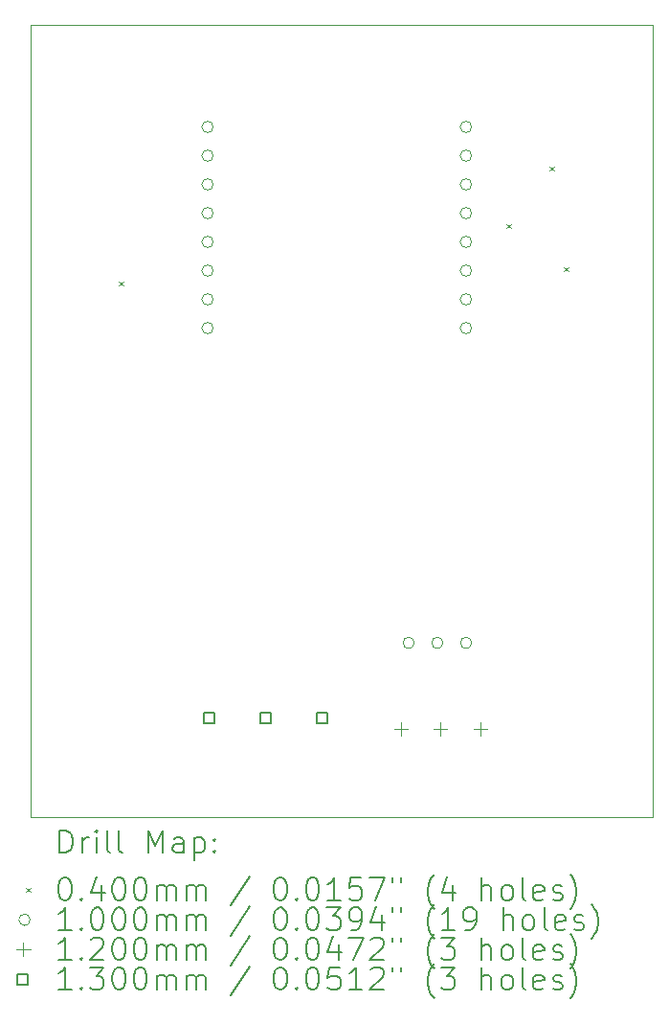
<source format=gbr>
%TF.GenerationSoftware,KiCad,Pcbnew,7.0.7*%
%TF.CreationDate,2023-11-10T11:37:27-07:00*%
%TF.ProjectId,RatGDO-OpenSource-D1Mini-ESP8266,52617447-444f-42d4-9f70-656e536f7572,rev?*%
%TF.SameCoordinates,Original*%
%TF.FileFunction,Drillmap*%
%TF.FilePolarity,Positive*%
%FSLAX45Y45*%
G04 Gerber Fmt 4.5, Leading zero omitted, Abs format (unit mm)*
G04 Created by KiCad (PCBNEW 7.0.7) date 2023-11-10 11:37:27*
%MOMM*%
%LPD*%
G01*
G04 APERTURE LIST*
%ADD10C,0.100000*%
%ADD11C,0.200000*%
%ADD12C,0.040000*%
%ADD13C,0.120000*%
%ADD14C,0.130000*%
G04 APERTURE END LIST*
D10*
X11391000Y-5715000D02*
X16891000Y-5715000D01*
X16891000Y-12715000D01*
X11391000Y-12715000D01*
X11391000Y-5715000D01*
D11*
D12*
X12172000Y-7981000D02*
X12212000Y-8021000D01*
X12212000Y-7981000D02*
X12172000Y-8021000D01*
X15601000Y-7473000D02*
X15641000Y-7513000D01*
X15641000Y-7473000D02*
X15601000Y-7513000D01*
X15982000Y-6965000D02*
X16022000Y-7005000D01*
X16022000Y-6965000D02*
X15982000Y-7005000D01*
X16109000Y-7854000D02*
X16149000Y-7894000D01*
X16149000Y-7854000D02*
X16109000Y-7894000D01*
D10*
X13004750Y-6616000D02*
G75*
G03*
X13004750Y-6616000I-50000J0D01*
G01*
X13004750Y-6870000D02*
G75*
G03*
X13004750Y-6870000I-50000J0D01*
G01*
X13004750Y-7124000D02*
G75*
G03*
X13004750Y-7124000I-50000J0D01*
G01*
X13004750Y-7378000D02*
G75*
G03*
X13004750Y-7378000I-50000J0D01*
G01*
X13004750Y-7632000D02*
G75*
G03*
X13004750Y-7632000I-50000J0D01*
G01*
X13004750Y-7886000D02*
G75*
G03*
X13004750Y-7886000I-50000J0D01*
G01*
X13004750Y-8140000D02*
G75*
G03*
X13004750Y-8140000I-50000J0D01*
G01*
X13004750Y-8394000D02*
G75*
G03*
X13004750Y-8394000I-50000J0D01*
G01*
X14783500Y-11176000D02*
G75*
G03*
X14783500Y-11176000I-50000J0D01*
G01*
X15037500Y-11176000D02*
G75*
G03*
X15037500Y-11176000I-50000J0D01*
G01*
X15290750Y-6616000D02*
G75*
G03*
X15290750Y-6616000I-50000J0D01*
G01*
X15290750Y-6870000D02*
G75*
G03*
X15290750Y-6870000I-50000J0D01*
G01*
X15290750Y-7124000D02*
G75*
G03*
X15290750Y-7124000I-50000J0D01*
G01*
X15290750Y-7378000D02*
G75*
G03*
X15290750Y-7378000I-50000J0D01*
G01*
X15290750Y-7632000D02*
G75*
G03*
X15290750Y-7632000I-50000J0D01*
G01*
X15290750Y-7886000D02*
G75*
G03*
X15290750Y-7886000I-50000J0D01*
G01*
X15290750Y-8140000D02*
G75*
G03*
X15290750Y-8140000I-50000J0D01*
G01*
X15290750Y-8394000D02*
G75*
G03*
X15290750Y-8394000I-50000J0D01*
G01*
X15291500Y-11176000D02*
G75*
G03*
X15291500Y-11176000I-50000J0D01*
G01*
D13*
X14667000Y-11878000D02*
X14667000Y-11998000D01*
X14607000Y-11938000D02*
X14727000Y-11938000D01*
X15017000Y-11878000D02*
X15017000Y-11998000D01*
X14957000Y-11938000D02*
X15077000Y-11938000D01*
X15367000Y-11878000D02*
X15367000Y-11998000D01*
X15307000Y-11938000D02*
X15427000Y-11938000D01*
D14*
X13015962Y-11887462D02*
X13015962Y-11795538D01*
X12924038Y-11795538D01*
X12924038Y-11887462D01*
X13015962Y-11887462D01*
X13515962Y-11887462D02*
X13515962Y-11795538D01*
X13424038Y-11795538D01*
X13424038Y-11887462D01*
X13515962Y-11887462D01*
X14015962Y-11887462D02*
X14015962Y-11795538D01*
X13924038Y-11795538D01*
X13924038Y-11887462D01*
X14015962Y-11887462D01*
D11*
X11646777Y-13031484D02*
X11646777Y-12831484D01*
X11646777Y-12831484D02*
X11694396Y-12831484D01*
X11694396Y-12831484D02*
X11722967Y-12841008D01*
X11722967Y-12841008D02*
X11742015Y-12860055D01*
X11742015Y-12860055D02*
X11751539Y-12879103D01*
X11751539Y-12879103D02*
X11761062Y-12917198D01*
X11761062Y-12917198D02*
X11761062Y-12945769D01*
X11761062Y-12945769D02*
X11751539Y-12983865D01*
X11751539Y-12983865D02*
X11742015Y-13002912D01*
X11742015Y-13002912D02*
X11722967Y-13021960D01*
X11722967Y-13021960D02*
X11694396Y-13031484D01*
X11694396Y-13031484D02*
X11646777Y-13031484D01*
X11846777Y-13031484D02*
X11846777Y-12898150D01*
X11846777Y-12936246D02*
X11856301Y-12917198D01*
X11856301Y-12917198D02*
X11865824Y-12907674D01*
X11865824Y-12907674D02*
X11884872Y-12898150D01*
X11884872Y-12898150D02*
X11903920Y-12898150D01*
X11970586Y-13031484D02*
X11970586Y-12898150D01*
X11970586Y-12831484D02*
X11961062Y-12841008D01*
X11961062Y-12841008D02*
X11970586Y-12850531D01*
X11970586Y-12850531D02*
X11980110Y-12841008D01*
X11980110Y-12841008D02*
X11970586Y-12831484D01*
X11970586Y-12831484D02*
X11970586Y-12850531D01*
X12094396Y-13031484D02*
X12075348Y-13021960D01*
X12075348Y-13021960D02*
X12065824Y-13002912D01*
X12065824Y-13002912D02*
X12065824Y-12831484D01*
X12199158Y-13031484D02*
X12180110Y-13021960D01*
X12180110Y-13021960D02*
X12170586Y-13002912D01*
X12170586Y-13002912D02*
X12170586Y-12831484D01*
X12427729Y-13031484D02*
X12427729Y-12831484D01*
X12427729Y-12831484D02*
X12494396Y-12974341D01*
X12494396Y-12974341D02*
X12561062Y-12831484D01*
X12561062Y-12831484D02*
X12561062Y-13031484D01*
X12742015Y-13031484D02*
X12742015Y-12926722D01*
X12742015Y-12926722D02*
X12732491Y-12907674D01*
X12732491Y-12907674D02*
X12713443Y-12898150D01*
X12713443Y-12898150D02*
X12675348Y-12898150D01*
X12675348Y-12898150D02*
X12656301Y-12907674D01*
X12742015Y-13021960D02*
X12722967Y-13031484D01*
X12722967Y-13031484D02*
X12675348Y-13031484D01*
X12675348Y-13031484D02*
X12656301Y-13021960D01*
X12656301Y-13021960D02*
X12646777Y-13002912D01*
X12646777Y-13002912D02*
X12646777Y-12983865D01*
X12646777Y-12983865D02*
X12656301Y-12964817D01*
X12656301Y-12964817D02*
X12675348Y-12955293D01*
X12675348Y-12955293D02*
X12722967Y-12955293D01*
X12722967Y-12955293D02*
X12742015Y-12945769D01*
X12837253Y-12898150D02*
X12837253Y-13098150D01*
X12837253Y-12907674D02*
X12856301Y-12898150D01*
X12856301Y-12898150D02*
X12894396Y-12898150D01*
X12894396Y-12898150D02*
X12913443Y-12907674D01*
X12913443Y-12907674D02*
X12922967Y-12917198D01*
X12922967Y-12917198D02*
X12932491Y-12936246D01*
X12932491Y-12936246D02*
X12932491Y-12993388D01*
X12932491Y-12993388D02*
X12922967Y-13012436D01*
X12922967Y-13012436D02*
X12913443Y-13021960D01*
X12913443Y-13021960D02*
X12894396Y-13031484D01*
X12894396Y-13031484D02*
X12856301Y-13031484D01*
X12856301Y-13031484D02*
X12837253Y-13021960D01*
X13018205Y-13012436D02*
X13027729Y-13021960D01*
X13027729Y-13021960D02*
X13018205Y-13031484D01*
X13018205Y-13031484D02*
X13008682Y-13021960D01*
X13008682Y-13021960D02*
X13018205Y-13012436D01*
X13018205Y-13012436D02*
X13018205Y-13031484D01*
X13018205Y-12907674D02*
X13027729Y-12917198D01*
X13027729Y-12917198D02*
X13018205Y-12926722D01*
X13018205Y-12926722D02*
X13008682Y-12917198D01*
X13008682Y-12917198D02*
X13018205Y-12907674D01*
X13018205Y-12907674D02*
X13018205Y-12926722D01*
D12*
X11346000Y-13340000D02*
X11386000Y-13380000D01*
X11386000Y-13340000D02*
X11346000Y-13380000D01*
D11*
X11684872Y-13251484D02*
X11703920Y-13251484D01*
X11703920Y-13251484D02*
X11722967Y-13261008D01*
X11722967Y-13261008D02*
X11732491Y-13270531D01*
X11732491Y-13270531D02*
X11742015Y-13289579D01*
X11742015Y-13289579D02*
X11751539Y-13327674D01*
X11751539Y-13327674D02*
X11751539Y-13375293D01*
X11751539Y-13375293D02*
X11742015Y-13413388D01*
X11742015Y-13413388D02*
X11732491Y-13432436D01*
X11732491Y-13432436D02*
X11722967Y-13441960D01*
X11722967Y-13441960D02*
X11703920Y-13451484D01*
X11703920Y-13451484D02*
X11684872Y-13451484D01*
X11684872Y-13451484D02*
X11665824Y-13441960D01*
X11665824Y-13441960D02*
X11656301Y-13432436D01*
X11656301Y-13432436D02*
X11646777Y-13413388D01*
X11646777Y-13413388D02*
X11637253Y-13375293D01*
X11637253Y-13375293D02*
X11637253Y-13327674D01*
X11637253Y-13327674D02*
X11646777Y-13289579D01*
X11646777Y-13289579D02*
X11656301Y-13270531D01*
X11656301Y-13270531D02*
X11665824Y-13261008D01*
X11665824Y-13261008D02*
X11684872Y-13251484D01*
X11837253Y-13432436D02*
X11846777Y-13441960D01*
X11846777Y-13441960D02*
X11837253Y-13451484D01*
X11837253Y-13451484D02*
X11827729Y-13441960D01*
X11827729Y-13441960D02*
X11837253Y-13432436D01*
X11837253Y-13432436D02*
X11837253Y-13451484D01*
X12018205Y-13318150D02*
X12018205Y-13451484D01*
X11970586Y-13241960D02*
X11922967Y-13384817D01*
X11922967Y-13384817D02*
X12046777Y-13384817D01*
X12161062Y-13251484D02*
X12180110Y-13251484D01*
X12180110Y-13251484D02*
X12199158Y-13261008D01*
X12199158Y-13261008D02*
X12208682Y-13270531D01*
X12208682Y-13270531D02*
X12218205Y-13289579D01*
X12218205Y-13289579D02*
X12227729Y-13327674D01*
X12227729Y-13327674D02*
X12227729Y-13375293D01*
X12227729Y-13375293D02*
X12218205Y-13413388D01*
X12218205Y-13413388D02*
X12208682Y-13432436D01*
X12208682Y-13432436D02*
X12199158Y-13441960D01*
X12199158Y-13441960D02*
X12180110Y-13451484D01*
X12180110Y-13451484D02*
X12161062Y-13451484D01*
X12161062Y-13451484D02*
X12142015Y-13441960D01*
X12142015Y-13441960D02*
X12132491Y-13432436D01*
X12132491Y-13432436D02*
X12122967Y-13413388D01*
X12122967Y-13413388D02*
X12113443Y-13375293D01*
X12113443Y-13375293D02*
X12113443Y-13327674D01*
X12113443Y-13327674D02*
X12122967Y-13289579D01*
X12122967Y-13289579D02*
X12132491Y-13270531D01*
X12132491Y-13270531D02*
X12142015Y-13261008D01*
X12142015Y-13261008D02*
X12161062Y-13251484D01*
X12351539Y-13251484D02*
X12370586Y-13251484D01*
X12370586Y-13251484D02*
X12389634Y-13261008D01*
X12389634Y-13261008D02*
X12399158Y-13270531D01*
X12399158Y-13270531D02*
X12408682Y-13289579D01*
X12408682Y-13289579D02*
X12418205Y-13327674D01*
X12418205Y-13327674D02*
X12418205Y-13375293D01*
X12418205Y-13375293D02*
X12408682Y-13413388D01*
X12408682Y-13413388D02*
X12399158Y-13432436D01*
X12399158Y-13432436D02*
X12389634Y-13441960D01*
X12389634Y-13441960D02*
X12370586Y-13451484D01*
X12370586Y-13451484D02*
X12351539Y-13451484D01*
X12351539Y-13451484D02*
X12332491Y-13441960D01*
X12332491Y-13441960D02*
X12322967Y-13432436D01*
X12322967Y-13432436D02*
X12313443Y-13413388D01*
X12313443Y-13413388D02*
X12303920Y-13375293D01*
X12303920Y-13375293D02*
X12303920Y-13327674D01*
X12303920Y-13327674D02*
X12313443Y-13289579D01*
X12313443Y-13289579D02*
X12322967Y-13270531D01*
X12322967Y-13270531D02*
X12332491Y-13261008D01*
X12332491Y-13261008D02*
X12351539Y-13251484D01*
X12503920Y-13451484D02*
X12503920Y-13318150D01*
X12503920Y-13337198D02*
X12513443Y-13327674D01*
X12513443Y-13327674D02*
X12532491Y-13318150D01*
X12532491Y-13318150D02*
X12561063Y-13318150D01*
X12561063Y-13318150D02*
X12580110Y-13327674D01*
X12580110Y-13327674D02*
X12589634Y-13346722D01*
X12589634Y-13346722D02*
X12589634Y-13451484D01*
X12589634Y-13346722D02*
X12599158Y-13327674D01*
X12599158Y-13327674D02*
X12618205Y-13318150D01*
X12618205Y-13318150D02*
X12646777Y-13318150D01*
X12646777Y-13318150D02*
X12665824Y-13327674D01*
X12665824Y-13327674D02*
X12675348Y-13346722D01*
X12675348Y-13346722D02*
X12675348Y-13451484D01*
X12770586Y-13451484D02*
X12770586Y-13318150D01*
X12770586Y-13337198D02*
X12780110Y-13327674D01*
X12780110Y-13327674D02*
X12799158Y-13318150D01*
X12799158Y-13318150D02*
X12827729Y-13318150D01*
X12827729Y-13318150D02*
X12846777Y-13327674D01*
X12846777Y-13327674D02*
X12856301Y-13346722D01*
X12856301Y-13346722D02*
X12856301Y-13451484D01*
X12856301Y-13346722D02*
X12865824Y-13327674D01*
X12865824Y-13327674D02*
X12884872Y-13318150D01*
X12884872Y-13318150D02*
X12913443Y-13318150D01*
X12913443Y-13318150D02*
X12932491Y-13327674D01*
X12932491Y-13327674D02*
X12942015Y-13346722D01*
X12942015Y-13346722D02*
X12942015Y-13451484D01*
X13332491Y-13241960D02*
X13161063Y-13499103D01*
X13589634Y-13251484D02*
X13608682Y-13251484D01*
X13608682Y-13251484D02*
X13627729Y-13261008D01*
X13627729Y-13261008D02*
X13637253Y-13270531D01*
X13637253Y-13270531D02*
X13646777Y-13289579D01*
X13646777Y-13289579D02*
X13656301Y-13327674D01*
X13656301Y-13327674D02*
X13656301Y-13375293D01*
X13656301Y-13375293D02*
X13646777Y-13413388D01*
X13646777Y-13413388D02*
X13637253Y-13432436D01*
X13637253Y-13432436D02*
X13627729Y-13441960D01*
X13627729Y-13441960D02*
X13608682Y-13451484D01*
X13608682Y-13451484D02*
X13589634Y-13451484D01*
X13589634Y-13451484D02*
X13570586Y-13441960D01*
X13570586Y-13441960D02*
X13561063Y-13432436D01*
X13561063Y-13432436D02*
X13551539Y-13413388D01*
X13551539Y-13413388D02*
X13542015Y-13375293D01*
X13542015Y-13375293D02*
X13542015Y-13327674D01*
X13542015Y-13327674D02*
X13551539Y-13289579D01*
X13551539Y-13289579D02*
X13561063Y-13270531D01*
X13561063Y-13270531D02*
X13570586Y-13261008D01*
X13570586Y-13261008D02*
X13589634Y-13251484D01*
X13742015Y-13432436D02*
X13751539Y-13441960D01*
X13751539Y-13441960D02*
X13742015Y-13451484D01*
X13742015Y-13451484D02*
X13732491Y-13441960D01*
X13732491Y-13441960D02*
X13742015Y-13432436D01*
X13742015Y-13432436D02*
X13742015Y-13451484D01*
X13875348Y-13251484D02*
X13894396Y-13251484D01*
X13894396Y-13251484D02*
X13913444Y-13261008D01*
X13913444Y-13261008D02*
X13922967Y-13270531D01*
X13922967Y-13270531D02*
X13932491Y-13289579D01*
X13932491Y-13289579D02*
X13942015Y-13327674D01*
X13942015Y-13327674D02*
X13942015Y-13375293D01*
X13942015Y-13375293D02*
X13932491Y-13413388D01*
X13932491Y-13413388D02*
X13922967Y-13432436D01*
X13922967Y-13432436D02*
X13913444Y-13441960D01*
X13913444Y-13441960D02*
X13894396Y-13451484D01*
X13894396Y-13451484D02*
X13875348Y-13451484D01*
X13875348Y-13451484D02*
X13856301Y-13441960D01*
X13856301Y-13441960D02*
X13846777Y-13432436D01*
X13846777Y-13432436D02*
X13837253Y-13413388D01*
X13837253Y-13413388D02*
X13827729Y-13375293D01*
X13827729Y-13375293D02*
X13827729Y-13327674D01*
X13827729Y-13327674D02*
X13837253Y-13289579D01*
X13837253Y-13289579D02*
X13846777Y-13270531D01*
X13846777Y-13270531D02*
X13856301Y-13261008D01*
X13856301Y-13261008D02*
X13875348Y-13251484D01*
X14132491Y-13451484D02*
X14018206Y-13451484D01*
X14075348Y-13451484D02*
X14075348Y-13251484D01*
X14075348Y-13251484D02*
X14056301Y-13280055D01*
X14056301Y-13280055D02*
X14037253Y-13299103D01*
X14037253Y-13299103D02*
X14018206Y-13308627D01*
X14313444Y-13251484D02*
X14218206Y-13251484D01*
X14218206Y-13251484D02*
X14208682Y-13346722D01*
X14208682Y-13346722D02*
X14218206Y-13337198D01*
X14218206Y-13337198D02*
X14237253Y-13327674D01*
X14237253Y-13327674D02*
X14284872Y-13327674D01*
X14284872Y-13327674D02*
X14303920Y-13337198D01*
X14303920Y-13337198D02*
X14313444Y-13346722D01*
X14313444Y-13346722D02*
X14322967Y-13365769D01*
X14322967Y-13365769D02*
X14322967Y-13413388D01*
X14322967Y-13413388D02*
X14313444Y-13432436D01*
X14313444Y-13432436D02*
X14303920Y-13441960D01*
X14303920Y-13441960D02*
X14284872Y-13451484D01*
X14284872Y-13451484D02*
X14237253Y-13451484D01*
X14237253Y-13451484D02*
X14218206Y-13441960D01*
X14218206Y-13441960D02*
X14208682Y-13432436D01*
X14389634Y-13251484D02*
X14522967Y-13251484D01*
X14522967Y-13251484D02*
X14437253Y-13451484D01*
X14589634Y-13251484D02*
X14589634Y-13289579D01*
X14665825Y-13251484D02*
X14665825Y-13289579D01*
X14961063Y-13527674D02*
X14951539Y-13518150D01*
X14951539Y-13518150D02*
X14932491Y-13489579D01*
X14932491Y-13489579D02*
X14922968Y-13470531D01*
X14922968Y-13470531D02*
X14913444Y-13441960D01*
X14913444Y-13441960D02*
X14903920Y-13394341D01*
X14903920Y-13394341D02*
X14903920Y-13356246D01*
X14903920Y-13356246D02*
X14913444Y-13308627D01*
X14913444Y-13308627D02*
X14922968Y-13280055D01*
X14922968Y-13280055D02*
X14932491Y-13261008D01*
X14932491Y-13261008D02*
X14951539Y-13232436D01*
X14951539Y-13232436D02*
X14961063Y-13222912D01*
X15122968Y-13318150D02*
X15122968Y-13451484D01*
X15075348Y-13241960D02*
X15027729Y-13384817D01*
X15027729Y-13384817D02*
X15151539Y-13384817D01*
X15380110Y-13451484D02*
X15380110Y-13251484D01*
X15465825Y-13451484D02*
X15465825Y-13346722D01*
X15465825Y-13346722D02*
X15456301Y-13327674D01*
X15456301Y-13327674D02*
X15437253Y-13318150D01*
X15437253Y-13318150D02*
X15408682Y-13318150D01*
X15408682Y-13318150D02*
X15389634Y-13327674D01*
X15389634Y-13327674D02*
X15380110Y-13337198D01*
X15589634Y-13451484D02*
X15570587Y-13441960D01*
X15570587Y-13441960D02*
X15561063Y-13432436D01*
X15561063Y-13432436D02*
X15551539Y-13413388D01*
X15551539Y-13413388D02*
X15551539Y-13356246D01*
X15551539Y-13356246D02*
X15561063Y-13337198D01*
X15561063Y-13337198D02*
X15570587Y-13327674D01*
X15570587Y-13327674D02*
X15589634Y-13318150D01*
X15589634Y-13318150D02*
X15618206Y-13318150D01*
X15618206Y-13318150D02*
X15637253Y-13327674D01*
X15637253Y-13327674D02*
X15646777Y-13337198D01*
X15646777Y-13337198D02*
X15656301Y-13356246D01*
X15656301Y-13356246D02*
X15656301Y-13413388D01*
X15656301Y-13413388D02*
X15646777Y-13432436D01*
X15646777Y-13432436D02*
X15637253Y-13441960D01*
X15637253Y-13441960D02*
X15618206Y-13451484D01*
X15618206Y-13451484D02*
X15589634Y-13451484D01*
X15770587Y-13451484D02*
X15751539Y-13441960D01*
X15751539Y-13441960D02*
X15742015Y-13422912D01*
X15742015Y-13422912D02*
X15742015Y-13251484D01*
X15922968Y-13441960D02*
X15903920Y-13451484D01*
X15903920Y-13451484D02*
X15865825Y-13451484D01*
X15865825Y-13451484D02*
X15846777Y-13441960D01*
X15846777Y-13441960D02*
X15837253Y-13422912D01*
X15837253Y-13422912D02*
X15837253Y-13346722D01*
X15837253Y-13346722D02*
X15846777Y-13327674D01*
X15846777Y-13327674D02*
X15865825Y-13318150D01*
X15865825Y-13318150D02*
X15903920Y-13318150D01*
X15903920Y-13318150D02*
X15922968Y-13327674D01*
X15922968Y-13327674D02*
X15932491Y-13346722D01*
X15932491Y-13346722D02*
X15932491Y-13365769D01*
X15932491Y-13365769D02*
X15837253Y-13384817D01*
X16008682Y-13441960D02*
X16027730Y-13451484D01*
X16027730Y-13451484D02*
X16065825Y-13451484D01*
X16065825Y-13451484D02*
X16084872Y-13441960D01*
X16084872Y-13441960D02*
X16094396Y-13422912D01*
X16094396Y-13422912D02*
X16094396Y-13413388D01*
X16094396Y-13413388D02*
X16084872Y-13394341D01*
X16084872Y-13394341D02*
X16065825Y-13384817D01*
X16065825Y-13384817D02*
X16037253Y-13384817D01*
X16037253Y-13384817D02*
X16018206Y-13375293D01*
X16018206Y-13375293D02*
X16008682Y-13356246D01*
X16008682Y-13356246D02*
X16008682Y-13346722D01*
X16008682Y-13346722D02*
X16018206Y-13327674D01*
X16018206Y-13327674D02*
X16037253Y-13318150D01*
X16037253Y-13318150D02*
X16065825Y-13318150D01*
X16065825Y-13318150D02*
X16084872Y-13327674D01*
X16161063Y-13527674D02*
X16170587Y-13518150D01*
X16170587Y-13518150D02*
X16189634Y-13489579D01*
X16189634Y-13489579D02*
X16199158Y-13470531D01*
X16199158Y-13470531D02*
X16208682Y-13441960D01*
X16208682Y-13441960D02*
X16218206Y-13394341D01*
X16218206Y-13394341D02*
X16218206Y-13356246D01*
X16218206Y-13356246D02*
X16208682Y-13308627D01*
X16208682Y-13308627D02*
X16199158Y-13280055D01*
X16199158Y-13280055D02*
X16189634Y-13261008D01*
X16189634Y-13261008D02*
X16170587Y-13232436D01*
X16170587Y-13232436D02*
X16161063Y-13222912D01*
D10*
X11386000Y-13624000D02*
G75*
G03*
X11386000Y-13624000I-50000J0D01*
G01*
D11*
X11751539Y-13715484D02*
X11637253Y-13715484D01*
X11694396Y-13715484D02*
X11694396Y-13515484D01*
X11694396Y-13515484D02*
X11675348Y-13544055D01*
X11675348Y-13544055D02*
X11656301Y-13563103D01*
X11656301Y-13563103D02*
X11637253Y-13572627D01*
X11837253Y-13696436D02*
X11846777Y-13705960D01*
X11846777Y-13705960D02*
X11837253Y-13715484D01*
X11837253Y-13715484D02*
X11827729Y-13705960D01*
X11827729Y-13705960D02*
X11837253Y-13696436D01*
X11837253Y-13696436D02*
X11837253Y-13715484D01*
X11970586Y-13515484D02*
X11989634Y-13515484D01*
X11989634Y-13515484D02*
X12008682Y-13525008D01*
X12008682Y-13525008D02*
X12018205Y-13534531D01*
X12018205Y-13534531D02*
X12027729Y-13553579D01*
X12027729Y-13553579D02*
X12037253Y-13591674D01*
X12037253Y-13591674D02*
X12037253Y-13639293D01*
X12037253Y-13639293D02*
X12027729Y-13677388D01*
X12027729Y-13677388D02*
X12018205Y-13696436D01*
X12018205Y-13696436D02*
X12008682Y-13705960D01*
X12008682Y-13705960D02*
X11989634Y-13715484D01*
X11989634Y-13715484D02*
X11970586Y-13715484D01*
X11970586Y-13715484D02*
X11951539Y-13705960D01*
X11951539Y-13705960D02*
X11942015Y-13696436D01*
X11942015Y-13696436D02*
X11932491Y-13677388D01*
X11932491Y-13677388D02*
X11922967Y-13639293D01*
X11922967Y-13639293D02*
X11922967Y-13591674D01*
X11922967Y-13591674D02*
X11932491Y-13553579D01*
X11932491Y-13553579D02*
X11942015Y-13534531D01*
X11942015Y-13534531D02*
X11951539Y-13525008D01*
X11951539Y-13525008D02*
X11970586Y-13515484D01*
X12161062Y-13515484D02*
X12180110Y-13515484D01*
X12180110Y-13515484D02*
X12199158Y-13525008D01*
X12199158Y-13525008D02*
X12208682Y-13534531D01*
X12208682Y-13534531D02*
X12218205Y-13553579D01*
X12218205Y-13553579D02*
X12227729Y-13591674D01*
X12227729Y-13591674D02*
X12227729Y-13639293D01*
X12227729Y-13639293D02*
X12218205Y-13677388D01*
X12218205Y-13677388D02*
X12208682Y-13696436D01*
X12208682Y-13696436D02*
X12199158Y-13705960D01*
X12199158Y-13705960D02*
X12180110Y-13715484D01*
X12180110Y-13715484D02*
X12161062Y-13715484D01*
X12161062Y-13715484D02*
X12142015Y-13705960D01*
X12142015Y-13705960D02*
X12132491Y-13696436D01*
X12132491Y-13696436D02*
X12122967Y-13677388D01*
X12122967Y-13677388D02*
X12113443Y-13639293D01*
X12113443Y-13639293D02*
X12113443Y-13591674D01*
X12113443Y-13591674D02*
X12122967Y-13553579D01*
X12122967Y-13553579D02*
X12132491Y-13534531D01*
X12132491Y-13534531D02*
X12142015Y-13525008D01*
X12142015Y-13525008D02*
X12161062Y-13515484D01*
X12351539Y-13515484D02*
X12370586Y-13515484D01*
X12370586Y-13515484D02*
X12389634Y-13525008D01*
X12389634Y-13525008D02*
X12399158Y-13534531D01*
X12399158Y-13534531D02*
X12408682Y-13553579D01*
X12408682Y-13553579D02*
X12418205Y-13591674D01*
X12418205Y-13591674D02*
X12418205Y-13639293D01*
X12418205Y-13639293D02*
X12408682Y-13677388D01*
X12408682Y-13677388D02*
X12399158Y-13696436D01*
X12399158Y-13696436D02*
X12389634Y-13705960D01*
X12389634Y-13705960D02*
X12370586Y-13715484D01*
X12370586Y-13715484D02*
X12351539Y-13715484D01*
X12351539Y-13715484D02*
X12332491Y-13705960D01*
X12332491Y-13705960D02*
X12322967Y-13696436D01*
X12322967Y-13696436D02*
X12313443Y-13677388D01*
X12313443Y-13677388D02*
X12303920Y-13639293D01*
X12303920Y-13639293D02*
X12303920Y-13591674D01*
X12303920Y-13591674D02*
X12313443Y-13553579D01*
X12313443Y-13553579D02*
X12322967Y-13534531D01*
X12322967Y-13534531D02*
X12332491Y-13525008D01*
X12332491Y-13525008D02*
X12351539Y-13515484D01*
X12503920Y-13715484D02*
X12503920Y-13582150D01*
X12503920Y-13601198D02*
X12513443Y-13591674D01*
X12513443Y-13591674D02*
X12532491Y-13582150D01*
X12532491Y-13582150D02*
X12561063Y-13582150D01*
X12561063Y-13582150D02*
X12580110Y-13591674D01*
X12580110Y-13591674D02*
X12589634Y-13610722D01*
X12589634Y-13610722D02*
X12589634Y-13715484D01*
X12589634Y-13610722D02*
X12599158Y-13591674D01*
X12599158Y-13591674D02*
X12618205Y-13582150D01*
X12618205Y-13582150D02*
X12646777Y-13582150D01*
X12646777Y-13582150D02*
X12665824Y-13591674D01*
X12665824Y-13591674D02*
X12675348Y-13610722D01*
X12675348Y-13610722D02*
X12675348Y-13715484D01*
X12770586Y-13715484D02*
X12770586Y-13582150D01*
X12770586Y-13601198D02*
X12780110Y-13591674D01*
X12780110Y-13591674D02*
X12799158Y-13582150D01*
X12799158Y-13582150D02*
X12827729Y-13582150D01*
X12827729Y-13582150D02*
X12846777Y-13591674D01*
X12846777Y-13591674D02*
X12856301Y-13610722D01*
X12856301Y-13610722D02*
X12856301Y-13715484D01*
X12856301Y-13610722D02*
X12865824Y-13591674D01*
X12865824Y-13591674D02*
X12884872Y-13582150D01*
X12884872Y-13582150D02*
X12913443Y-13582150D01*
X12913443Y-13582150D02*
X12932491Y-13591674D01*
X12932491Y-13591674D02*
X12942015Y-13610722D01*
X12942015Y-13610722D02*
X12942015Y-13715484D01*
X13332491Y-13505960D02*
X13161063Y-13763103D01*
X13589634Y-13515484D02*
X13608682Y-13515484D01*
X13608682Y-13515484D02*
X13627729Y-13525008D01*
X13627729Y-13525008D02*
X13637253Y-13534531D01*
X13637253Y-13534531D02*
X13646777Y-13553579D01*
X13646777Y-13553579D02*
X13656301Y-13591674D01*
X13656301Y-13591674D02*
X13656301Y-13639293D01*
X13656301Y-13639293D02*
X13646777Y-13677388D01*
X13646777Y-13677388D02*
X13637253Y-13696436D01*
X13637253Y-13696436D02*
X13627729Y-13705960D01*
X13627729Y-13705960D02*
X13608682Y-13715484D01*
X13608682Y-13715484D02*
X13589634Y-13715484D01*
X13589634Y-13715484D02*
X13570586Y-13705960D01*
X13570586Y-13705960D02*
X13561063Y-13696436D01*
X13561063Y-13696436D02*
X13551539Y-13677388D01*
X13551539Y-13677388D02*
X13542015Y-13639293D01*
X13542015Y-13639293D02*
X13542015Y-13591674D01*
X13542015Y-13591674D02*
X13551539Y-13553579D01*
X13551539Y-13553579D02*
X13561063Y-13534531D01*
X13561063Y-13534531D02*
X13570586Y-13525008D01*
X13570586Y-13525008D02*
X13589634Y-13515484D01*
X13742015Y-13696436D02*
X13751539Y-13705960D01*
X13751539Y-13705960D02*
X13742015Y-13715484D01*
X13742015Y-13715484D02*
X13732491Y-13705960D01*
X13732491Y-13705960D02*
X13742015Y-13696436D01*
X13742015Y-13696436D02*
X13742015Y-13715484D01*
X13875348Y-13515484D02*
X13894396Y-13515484D01*
X13894396Y-13515484D02*
X13913444Y-13525008D01*
X13913444Y-13525008D02*
X13922967Y-13534531D01*
X13922967Y-13534531D02*
X13932491Y-13553579D01*
X13932491Y-13553579D02*
X13942015Y-13591674D01*
X13942015Y-13591674D02*
X13942015Y-13639293D01*
X13942015Y-13639293D02*
X13932491Y-13677388D01*
X13932491Y-13677388D02*
X13922967Y-13696436D01*
X13922967Y-13696436D02*
X13913444Y-13705960D01*
X13913444Y-13705960D02*
X13894396Y-13715484D01*
X13894396Y-13715484D02*
X13875348Y-13715484D01*
X13875348Y-13715484D02*
X13856301Y-13705960D01*
X13856301Y-13705960D02*
X13846777Y-13696436D01*
X13846777Y-13696436D02*
X13837253Y-13677388D01*
X13837253Y-13677388D02*
X13827729Y-13639293D01*
X13827729Y-13639293D02*
X13827729Y-13591674D01*
X13827729Y-13591674D02*
X13837253Y-13553579D01*
X13837253Y-13553579D02*
X13846777Y-13534531D01*
X13846777Y-13534531D02*
X13856301Y-13525008D01*
X13856301Y-13525008D02*
X13875348Y-13515484D01*
X14008682Y-13515484D02*
X14132491Y-13515484D01*
X14132491Y-13515484D02*
X14065825Y-13591674D01*
X14065825Y-13591674D02*
X14094396Y-13591674D01*
X14094396Y-13591674D02*
X14113444Y-13601198D01*
X14113444Y-13601198D02*
X14122967Y-13610722D01*
X14122967Y-13610722D02*
X14132491Y-13629769D01*
X14132491Y-13629769D02*
X14132491Y-13677388D01*
X14132491Y-13677388D02*
X14122967Y-13696436D01*
X14122967Y-13696436D02*
X14113444Y-13705960D01*
X14113444Y-13705960D02*
X14094396Y-13715484D01*
X14094396Y-13715484D02*
X14037253Y-13715484D01*
X14037253Y-13715484D02*
X14018206Y-13705960D01*
X14018206Y-13705960D02*
X14008682Y-13696436D01*
X14227729Y-13715484D02*
X14265825Y-13715484D01*
X14265825Y-13715484D02*
X14284872Y-13705960D01*
X14284872Y-13705960D02*
X14294396Y-13696436D01*
X14294396Y-13696436D02*
X14313444Y-13667865D01*
X14313444Y-13667865D02*
X14322967Y-13629769D01*
X14322967Y-13629769D02*
X14322967Y-13553579D01*
X14322967Y-13553579D02*
X14313444Y-13534531D01*
X14313444Y-13534531D02*
X14303920Y-13525008D01*
X14303920Y-13525008D02*
X14284872Y-13515484D01*
X14284872Y-13515484D02*
X14246777Y-13515484D01*
X14246777Y-13515484D02*
X14227729Y-13525008D01*
X14227729Y-13525008D02*
X14218206Y-13534531D01*
X14218206Y-13534531D02*
X14208682Y-13553579D01*
X14208682Y-13553579D02*
X14208682Y-13601198D01*
X14208682Y-13601198D02*
X14218206Y-13620246D01*
X14218206Y-13620246D02*
X14227729Y-13629769D01*
X14227729Y-13629769D02*
X14246777Y-13639293D01*
X14246777Y-13639293D02*
X14284872Y-13639293D01*
X14284872Y-13639293D02*
X14303920Y-13629769D01*
X14303920Y-13629769D02*
X14313444Y-13620246D01*
X14313444Y-13620246D02*
X14322967Y-13601198D01*
X14494396Y-13582150D02*
X14494396Y-13715484D01*
X14446777Y-13505960D02*
X14399158Y-13648817D01*
X14399158Y-13648817D02*
X14522967Y-13648817D01*
X14589634Y-13515484D02*
X14589634Y-13553579D01*
X14665825Y-13515484D02*
X14665825Y-13553579D01*
X14961063Y-13791674D02*
X14951539Y-13782150D01*
X14951539Y-13782150D02*
X14932491Y-13753579D01*
X14932491Y-13753579D02*
X14922968Y-13734531D01*
X14922968Y-13734531D02*
X14913444Y-13705960D01*
X14913444Y-13705960D02*
X14903920Y-13658341D01*
X14903920Y-13658341D02*
X14903920Y-13620246D01*
X14903920Y-13620246D02*
X14913444Y-13572627D01*
X14913444Y-13572627D02*
X14922968Y-13544055D01*
X14922968Y-13544055D02*
X14932491Y-13525008D01*
X14932491Y-13525008D02*
X14951539Y-13496436D01*
X14951539Y-13496436D02*
X14961063Y-13486912D01*
X15142015Y-13715484D02*
X15027729Y-13715484D01*
X15084872Y-13715484D02*
X15084872Y-13515484D01*
X15084872Y-13515484D02*
X15065825Y-13544055D01*
X15065825Y-13544055D02*
X15046777Y-13563103D01*
X15046777Y-13563103D02*
X15027729Y-13572627D01*
X15237253Y-13715484D02*
X15275348Y-13715484D01*
X15275348Y-13715484D02*
X15294396Y-13705960D01*
X15294396Y-13705960D02*
X15303920Y-13696436D01*
X15303920Y-13696436D02*
X15322968Y-13667865D01*
X15322968Y-13667865D02*
X15332491Y-13629769D01*
X15332491Y-13629769D02*
X15332491Y-13553579D01*
X15332491Y-13553579D02*
X15322968Y-13534531D01*
X15322968Y-13534531D02*
X15313444Y-13525008D01*
X15313444Y-13525008D02*
X15294396Y-13515484D01*
X15294396Y-13515484D02*
X15256301Y-13515484D01*
X15256301Y-13515484D02*
X15237253Y-13525008D01*
X15237253Y-13525008D02*
X15227729Y-13534531D01*
X15227729Y-13534531D02*
X15218206Y-13553579D01*
X15218206Y-13553579D02*
X15218206Y-13601198D01*
X15218206Y-13601198D02*
X15227729Y-13620246D01*
X15227729Y-13620246D02*
X15237253Y-13629769D01*
X15237253Y-13629769D02*
X15256301Y-13639293D01*
X15256301Y-13639293D02*
X15294396Y-13639293D01*
X15294396Y-13639293D02*
X15313444Y-13629769D01*
X15313444Y-13629769D02*
X15322968Y-13620246D01*
X15322968Y-13620246D02*
X15332491Y-13601198D01*
X15570587Y-13715484D02*
X15570587Y-13515484D01*
X15656301Y-13715484D02*
X15656301Y-13610722D01*
X15656301Y-13610722D02*
X15646777Y-13591674D01*
X15646777Y-13591674D02*
X15627730Y-13582150D01*
X15627730Y-13582150D02*
X15599158Y-13582150D01*
X15599158Y-13582150D02*
X15580110Y-13591674D01*
X15580110Y-13591674D02*
X15570587Y-13601198D01*
X15780110Y-13715484D02*
X15761063Y-13705960D01*
X15761063Y-13705960D02*
X15751539Y-13696436D01*
X15751539Y-13696436D02*
X15742015Y-13677388D01*
X15742015Y-13677388D02*
X15742015Y-13620246D01*
X15742015Y-13620246D02*
X15751539Y-13601198D01*
X15751539Y-13601198D02*
X15761063Y-13591674D01*
X15761063Y-13591674D02*
X15780110Y-13582150D01*
X15780110Y-13582150D02*
X15808682Y-13582150D01*
X15808682Y-13582150D02*
X15827730Y-13591674D01*
X15827730Y-13591674D02*
X15837253Y-13601198D01*
X15837253Y-13601198D02*
X15846777Y-13620246D01*
X15846777Y-13620246D02*
X15846777Y-13677388D01*
X15846777Y-13677388D02*
X15837253Y-13696436D01*
X15837253Y-13696436D02*
X15827730Y-13705960D01*
X15827730Y-13705960D02*
X15808682Y-13715484D01*
X15808682Y-13715484D02*
X15780110Y-13715484D01*
X15961063Y-13715484D02*
X15942015Y-13705960D01*
X15942015Y-13705960D02*
X15932491Y-13686912D01*
X15932491Y-13686912D02*
X15932491Y-13515484D01*
X16113444Y-13705960D02*
X16094396Y-13715484D01*
X16094396Y-13715484D02*
X16056301Y-13715484D01*
X16056301Y-13715484D02*
X16037253Y-13705960D01*
X16037253Y-13705960D02*
X16027730Y-13686912D01*
X16027730Y-13686912D02*
X16027730Y-13610722D01*
X16027730Y-13610722D02*
X16037253Y-13591674D01*
X16037253Y-13591674D02*
X16056301Y-13582150D01*
X16056301Y-13582150D02*
X16094396Y-13582150D01*
X16094396Y-13582150D02*
X16113444Y-13591674D01*
X16113444Y-13591674D02*
X16122968Y-13610722D01*
X16122968Y-13610722D02*
X16122968Y-13629769D01*
X16122968Y-13629769D02*
X16027730Y-13648817D01*
X16199158Y-13705960D02*
X16218206Y-13715484D01*
X16218206Y-13715484D02*
X16256301Y-13715484D01*
X16256301Y-13715484D02*
X16275349Y-13705960D01*
X16275349Y-13705960D02*
X16284872Y-13686912D01*
X16284872Y-13686912D02*
X16284872Y-13677388D01*
X16284872Y-13677388D02*
X16275349Y-13658341D01*
X16275349Y-13658341D02*
X16256301Y-13648817D01*
X16256301Y-13648817D02*
X16227730Y-13648817D01*
X16227730Y-13648817D02*
X16208682Y-13639293D01*
X16208682Y-13639293D02*
X16199158Y-13620246D01*
X16199158Y-13620246D02*
X16199158Y-13610722D01*
X16199158Y-13610722D02*
X16208682Y-13591674D01*
X16208682Y-13591674D02*
X16227730Y-13582150D01*
X16227730Y-13582150D02*
X16256301Y-13582150D01*
X16256301Y-13582150D02*
X16275349Y-13591674D01*
X16351539Y-13791674D02*
X16361063Y-13782150D01*
X16361063Y-13782150D02*
X16380111Y-13753579D01*
X16380111Y-13753579D02*
X16389634Y-13734531D01*
X16389634Y-13734531D02*
X16399158Y-13705960D01*
X16399158Y-13705960D02*
X16408682Y-13658341D01*
X16408682Y-13658341D02*
X16408682Y-13620246D01*
X16408682Y-13620246D02*
X16399158Y-13572627D01*
X16399158Y-13572627D02*
X16389634Y-13544055D01*
X16389634Y-13544055D02*
X16380111Y-13525008D01*
X16380111Y-13525008D02*
X16361063Y-13496436D01*
X16361063Y-13496436D02*
X16351539Y-13486912D01*
D13*
X11326000Y-13828000D02*
X11326000Y-13948000D01*
X11266000Y-13888000D02*
X11386000Y-13888000D01*
D11*
X11751539Y-13979484D02*
X11637253Y-13979484D01*
X11694396Y-13979484D02*
X11694396Y-13779484D01*
X11694396Y-13779484D02*
X11675348Y-13808055D01*
X11675348Y-13808055D02*
X11656301Y-13827103D01*
X11656301Y-13827103D02*
X11637253Y-13836627D01*
X11837253Y-13960436D02*
X11846777Y-13969960D01*
X11846777Y-13969960D02*
X11837253Y-13979484D01*
X11837253Y-13979484D02*
X11827729Y-13969960D01*
X11827729Y-13969960D02*
X11837253Y-13960436D01*
X11837253Y-13960436D02*
X11837253Y-13979484D01*
X11922967Y-13798531D02*
X11932491Y-13789008D01*
X11932491Y-13789008D02*
X11951539Y-13779484D01*
X11951539Y-13779484D02*
X11999158Y-13779484D01*
X11999158Y-13779484D02*
X12018205Y-13789008D01*
X12018205Y-13789008D02*
X12027729Y-13798531D01*
X12027729Y-13798531D02*
X12037253Y-13817579D01*
X12037253Y-13817579D02*
X12037253Y-13836627D01*
X12037253Y-13836627D02*
X12027729Y-13865198D01*
X12027729Y-13865198D02*
X11913443Y-13979484D01*
X11913443Y-13979484D02*
X12037253Y-13979484D01*
X12161062Y-13779484D02*
X12180110Y-13779484D01*
X12180110Y-13779484D02*
X12199158Y-13789008D01*
X12199158Y-13789008D02*
X12208682Y-13798531D01*
X12208682Y-13798531D02*
X12218205Y-13817579D01*
X12218205Y-13817579D02*
X12227729Y-13855674D01*
X12227729Y-13855674D02*
X12227729Y-13903293D01*
X12227729Y-13903293D02*
X12218205Y-13941388D01*
X12218205Y-13941388D02*
X12208682Y-13960436D01*
X12208682Y-13960436D02*
X12199158Y-13969960D01*
X12199158Y-13969960D02*
X12180110Y-13979484D01*
X12180110Y-13979484D02*
X12161062Y-13979484D01*
X12161062Y-13979484D02*
X12142015Y-13969960D01*
X12142015Y-13969960D02*
X12132491Y-13960436D01*
X12132491Y-13960436D02*
X12122967Y-13941388D01*
X12122967Y-13941388D02*
X12113443Y-13903293D01*
X12113443Y-13903293D02*
X12113443Y-13855674D01*
X12113443Y-13855674D02*
X12122967Y-13817579D01*
X12122967Y-13817579D02*
X12132491Y-13798531D01*
X12132491Y-13798531D02*
X12142015Y-13789008D01*
X12142015Y-13789008D02*
X12161062Y-13779484D01*
X12351539Y-13779484D02*
X12370586Y-13779484D01*
X12370586Y-13779484D02*
X12389634Y-13789008D01*
X12389634Y-13789008D02*
X12399158Y-13798531D01*
X12399158Y-13798531D02*
X12408682Y-13817579D01*
X12408682Y-13817579D02*
X12418205Y-13855674D01*
X12418205Y-13855674D02*
X12418205Y-13903293D01*
X12418205Y-13903293D02*
X12408682Y-13941388D01*
X12408682Y-13941388D02*
X12399158Y-13960436D01*
X12399158Y-13960436D02*
X12389634Y-13969960D01*
X12389634Y-13969960D02*
X12370586Y-13979484D01*
X12370586Y-13979484D02*
X12351539Y-13979484D01*
X12351539Y-13979484D02*
X12332491Y-13969960D01*
X12332491Y-13969960D02*
X12322967Y-13960436D01*
X12322967Y-13960436D02*
X12313443Y-13941388D01*
X12313443Y-13941388D02*
X12303920Y-13903293D01*
X12303920Y-13903293D02*
X12303920Y-13855674D01*
X12303920Y-13855674D02*
X12313443Y-13817579D01*
X12313443Y-13817579D02*
X12322967Y-13798531D01*
X12322967Y-13798531D02*
X12332491Y-13789008D01*
X12332491Y-13789008D02*
X12351539Y-13779484D01*
X12503920Y-13979484D02*
X12503920Y-13846150D01*
X12503920Y-13865198D02*
X12513443Y-13855674D01*
X12513443Y-13855674D02*
X12532491Y-13846150D01*
X12532491Y-13846150D02*
X12561063Y-13846150D01*
X12561063Y-13846150D02*
X12580110Y-13855674D01*
X12580110Y-13855674D02*
X12589634Y-13874722D01*
X12589634Y-13874722D02*
X12589634Y-13979484D01*
X12589634Y-13874722D02*
X12599158Y-13855674D01*
X12599158Y-13855674D02*
X12618205Y-13846150D01*
X12618205Y-13846150D02*
X12646777Y-13846150D01*
X12646777Y-13846150D02*
X12665824Y-13855674D01*
X12665824Y-13855674D02*
X12675348Y-13874722D01*
X12675348Y-13874722D02*
X12675348Y-13979484D01*
X12770586Y-13979484D02*
X12770586Y-13846150D01*
X12770586Y-13865198D02*
X12780110Y-13855674D01*
X12780110Y-13855674D02*
X12799158Y-13846150D01*
X12799158Y-13846150D02*
X12827729Y-13846150D01*
X12827729Y-13846150D02*
X12846777Y-13855674D01*
X12846777Y-13855674D02*
X12856301Y-13874722D01*
X12856301Y-13874722D02*
X12856301Y-13979484D01*
X12856301Y-13874722D02*
X12865824Y-13855674D01*
X12865824Y-13855674D02*
X12884872Y-13846150D01*
X12884872Y-13846150D02*
X12913443Y-13846150D01*
X12913443Y-13846150D02*
X12932491Y-13855674D01*
X12932491Y-13855674D02*
X12942015Y-13874722D01*
X12942015Y-13874722D02*
X12942015Y-13979484D01*
X13332491Y-13769960D02*
X13161063Y-14027103D01*
X13589634Y-13779484D02*
X13608682Y-13779484D01*
X13608682Y-13779484D02*
X13627729Y-13789008D01*
X13627729Y-13789008D02*
X13637253Y-13798531D01*
X13637253Y-13798531D02*
X13646777Y-13817579D01*
X13646777Y-13817579D02*
X13656301Y-13855674D01*
X13656301Y-13855674D02*
X13656301Y-13903293D01*
X13656301Y-13903293D02*
X13646777Y-13941388D01*
X13646777Y-13941388D02*
X13637253Y-13960436D01*
X13637253Y-13960436D02*
X13627729Y-13969960D01*
X13627729Y-13969960D02*
X13608682Y-13979484D01*
X13608682Y-13979484D02*
X13589634Y-13979484D01*
X13589634Y-13979484D02*
X13570586Y-13969960D01*
X13570586Y-13969960D02*
X13561063Y-13960436D01*
X13561063Y-13960436D02*
X13551539Y-13941388D01*
X13551539Y-13941388D02*
X13542015Y-13903293D01*
X13542015Y-13903293D02*
X13542015Y-13855674D01*
X13542015Y-13855674D02*
X13551539Y-13817579D01*
X13551539Y-13817579D02*
X13561063Y-13798531D01*
X13561063Y-13798531D02*
X13570586Y-13789008D01*
X13570586Y-13789008D02*
X13589634Y-13779484D01*
X13742015Y-13960436D02*
X13751539Y-13969960D01*
X13751539Y-13969960D02*
X13742015Y-13979484D01*
X13742015Y-13979484D02*
X13732491Y-13969960D01*
X13732491Y-13969960D02*
X13742015Y-13960436D01*
X13742015Y-13960436D02*
X13742015Y-13979484D01*
X13875348Y-13779484D02*
X13894396Y-13779484D01*
X13894396Y-13779484D02*
X13913444Y-13789008D01*
X13913444Y-13789008D02*
X13922967Y-13798531D01*
X13922967Y-13798531D02*
X13932491Y-13817579D01*
X13932491Y-13817579D02*
X13942015Y-13855674D01*
X13942015Y-13855674D02*
X13942015Y-13903293D01*
X13942015Y-13903293D02*
X13932491Y-13941388D01*
X13932491Y-13941388D02*
X13922967Y-13960436D01*
X13922967Y-13960436D02*
X13913444Y-13969960D01*
X13913444Y-13969960D02*
X13894396Y-13979484D01*
X13894396Y-13979484D02*
X13875348Y-13979484D01*
X13875348Y-13979484D02*
X13856301Y-13969960D01*
X13856301Y-13969960D02*
X13846777Y-13960436D01*
X13846777Y-13960436D02*
X13837253Y-13941388D01*
X13837253Y-13941388D02*
X13827729Y-13903293D01*
X13827729Y-13903293D02*
X13827729Y-13855674D01*
X13827729Y-13855674D02*
X13837253Y-13817579D01*
X13837253Y-13817579D02*
X13846777Y-13798531D01*
X13846777Y-13798531D02*
X13856301Y-13789008D01*
X13856301Y-13789008D02*
X13875348Y-13779484D01*
X14113444Y-13846150D02*
X14113444Y-13979484D01*
X14065825Y-13769960D02*
X14018206Y-13912817D01*
X14018206Y-13912817D02*
X14142015Y-13912817D01*
X14199158Y-13779484D02*
X14332491Y-13779484D01*
X14332491Y-13779484D02*
X14246777Y-13979484D01*
X14399158Y-13798531D02*
X14408682Y-13789008D01*
X14408682Y-13789008D02*
X14427729Y-13779484D01*
X14427729Y-13779484D02*
X14475348Y-13779484D01*
X14475348Y-13779484D02*
X14494396Y-13789008D01*
X14494396Y-13789008D02*
X14503920Y-13798531D01*
X14503920Y-13798531D02*
X14513444Y-13817579D01*
X14513444Y-13817579D02*
X14513444Y-13836627D01*
X14513444Y-13836627D02*
X14503920Y-13865198D01*
X14503920Y-13865198D02*
X14389634Y-13979484D01*
X14389634Y-13979484D02*
X14513444Y-13979484D01*
X14589634Y-13779484D02*
X14589634Y-13817579D01*
X14665825Y-13779484D02*
X14665825Y-13817579D01*
X14961063Y-14055674D02*
X14951539Y-14046150D01*
X14951539Y-14046150D02*
X14932491Y-14017579D01*
X14932491Y-14017579D02*
X14922968Y-13998531D01*
X14922968Y-13998531D02*
X14913444Y-13969960D01*
X14913444Y-13969960D02*
X14903920Y-13922341D01*
X14903920Y-13922341D02*
X14903920Y-13884246D01*
X14903920Y-13884246D02*
X14913444Y-13836627D01*
X14913444Y-13836627D02*
X14922968Y-13808055D01*
X14922968Y-13808055D02*
X14932491Y-13789008D01*
X14932491Y-13789008D02*
X14951539Y-13760436D01*
X14951539Y-13760436D02*
X14961063Y-13750912D01*
X15018206Y-13779484D02*
X15142015Y-13779484D01*
X15142015Y-13779484D02*
X15075348Y-13855674D01*
X15075348Y-13855674D02*
X15103920Y-13855674D01*
X15103920Y-13855674D02*
X15122968Y-13865198D01*
X15122968Y-13865198D02*
X15132491Y-13874722D01*
X15132491Y-13874722D02*
X15142015Y-13893769D01*
X15142015Y-13893769D02*
X15142015Y-13941388D01*
X15142015Y-13941388D02*
X15132491Y-13960436D01*
X15132491Y-13960436D02*
X15122968Y-13969960D01*
X15122968Y-13969960D02*
X15103920Y-13979484D01*
X15103920Y-13979484D02*
X15046777Y-13979484D01*
X15046777Y-13979484D02*
X15027729Y-13969960D01*
X15027729Y-13969960D02*
X15018206Y-13960436D01*
X15380110Y-13979484D02*
X15380110Y-13779484D01*
X15465825Y-13979484D02*
X15465825Y-13874722D01*
X15465825Y-13874722D02*
X15456301Y-13855674D01*
X15456301Y-13855674D02*
X15437253Y-13846150D01*
X15437253Y-13846150D02*
X15408682Y-13846150D01*
X15408682Y-13846150D02*
X15389634Y-13855674D01*
X15389634Y-13855674D02*
X15380110Y-13865198D01*
X15589634Y-13979484D02*
X15570587Y-13969960D01*
X15570587Y-13969960D02*
X15561063Y-13960436D01*
X15561063Y-13960436D02*
X15551539Y-13941388D01*
X15551539Y-13941388D02*
X15551539Y-13884246D01*
X15551539Y-13884246D02*
X15561063Y-13865198D01*
X15561063Y-13865198D02*
X15570587Y-13855674D01*
X15570587Y-13855674D02*
X15589634Y-13846150D01*
X15589634Y-13846150D02*
X15618206Y-13846150D01*
X15618206Y-13846150D02*
X15637253Y-13855674D01*
X15637253Y-13855674D02*
X15646777Y-13865198D01*
X15646777Y-13865198D02*
X15656301Y-13884246D01*
X15656301Y-13884246D02*
X15656301Y-13941388D01*
X15656301Y-13941388D02*
X15646777Y-13960436D01*
X15646777Y-13960436D02*
X15637253Y-13969960D01*
X15637253Y-13969960D02*
X15618206Y-13979484D01*
X15618206Y-13979484D02*
X15589634Y-13979484D01*
X15770587Y-13979484D02*
X15751539Y-13969960D01*
X15751539Y-13969960D02*
X15742015Y-13950912D01*
X15742015Y-13950912D02*
X15742015Y-13779484D01*
X15922968Y-13969960D02*
X15903920Y-13979484D01*
X15903920Y-13979484D02*
X15865825Y-13979484D01*
X15865825Y-13979484D02*
X15846777Y-13969960D01*
X15846777Y-13969960D02*
X15837253Y-13950912D01*
X15837253Y-13950912D02*
X15837253Y-13874722D01*
X15837253Y-13874722D02*
X15846777Y-13855674D01*
X15846777Y-13855674D02*
X15865825Y-13846150D01*
X15865825Y-13846150D02*
X15903920Y-13846150D01*
X15903920Y-13846150D02*
X15922968Y-13855674D01*
X15922968Y-13855674D02*
X15932491Y-13874722D01*
X15932491Y-13874722D02*
X15932491Y-13893769D01*
X15932491Y-13893769D02*
X15837253Y-13912817D01*
X16008682Y-13969960D02*
X16027730Y-13979484D01*
X16027730Y-13979484D02*
X16065825Y-13979484D01*
X16065825Y-13979484D02*
X16084872Y-13969960D01*
X16084872Y-13969960D02*
X16094396Y-13950912D01*
X16094396Y-13950912D02*
X16094396Y-13941388D01*
X16094396Y-13941388D02*
X16084872Y-13922341D01*
X16084872Y-13922341D02*
X16065825Y-13912817D01*
X16065825Y-13912817D02*
X16037253Y-13912817D01*
X16037253Y-13912817D02*
X16018206Y-13903293D01*
X16018206Y-13903293D02*
X16008682Y-13884246D01*
X16008682Y-13884246D02*
X16008682Y-13874722D01*
X16008682Y-13874722D02*
X16018206Y-13855674D01*
X16018206Y-13855674D02*
X16037253Y-13846150D01*
X16037253Y-13846150D02*
X16065825Y-13846150D01*
X16065825Y-13846150D02*
X16084872Y-13855674D01*
X16161063Y-14055674D02*
X16170587Y-14046150D01*
X16170587Y-14046150D02*
X16189634Y-14017579D01*
X16189634Y-14017579D02*
X16199158Y-13998531D01*
X16199158Y-13998531D02*
X16208682Y-13969960D01*
X16208682Y-13969960D02*
X16218206Y-13922341D01*
X16218206Y-13922341D02*
X16218206Y-13884246D01*
X16218206Y-13884246D02*
X16208682Y-13836627D01*
X16208682Y-13836627D02*
X16199158Y-13808055D01*
X16199158Y-13808055D02*
X16189634Y-13789008D01*
X16189634Y-13789008D02*
X16170587Y-13760436D01*
X16170587Y-13760436D02*
X16161063Y-13750912D01*
D14*
X11366962Y-14197962D02*
X11366962Y-14106038D01*
X11275038Y-14106038D01*
X11275038Y-14197962D01*
X11366962Y-14197962D01*
D11*
X11751539Y-14243484D02*
X11637253Y-14243484D01*
X11694396Y-14243484D02*
X11694396Y-14043484D01*
X11694396Y-14043484D02*
X11675348Y-14072055D01*
X11675348Y-14072055D02*
X11656301Y-14091103D01*
X11656301Y-14091103D02*
X11637253Y-14100627D01*
X11837253Y-14224436D02*
X11846777Y-14233960D01*
X11846777Y-14233960D02*
X11837253Y-14243484D01*
X11837253Y-14243484D02*
X11827729Y-14233960D01*
X11827729Y-14233960D02*
X11837253Y-14224436D01*
X11837253Y-14224436D02*
X11837253Y-14243484D01*
X11913443Y-14043484D02*
X12037253Y-14043484D01*
X12037253Y-14043484D02*
X11970586Y-14119674D01*
X11970586Y-14119674D02*
X11999158Y-14119674D01*
X11999158Y-14119674D02*
X12018205Y-14129198D01*
X12018205Y-14129198D02*
X12027729Y-14138722D01*
X12027729Y-14138722D02*
X12037253Y-14157769D01*
X12037253Y-14157769D02*
X12037253Y-14205388D01*
X12037253Y-14205388D02*
X12027729Y-14224436D01*
X12027729Y-14224436D02*
X12018205Y-14233960D01*
X12018205Y-14233960D02*
X11999158Y-14243484D01*
X11999158Y-14243484D02*
X11942015Y-14243484D01*
X11942015Y-14243484D02*
X11922967Y-14233960D01*
X11922967Y-14233960D02*
X11913443Y-14224436D01*
X12161062Y-14043484D02*
X12180110Y-14043484D01*
X12180110Y-14043484D02*
X12199158Y-14053008D01*
X12199158Y-14053008D02*
X12208682Y-14062531D01*
X12208682Y-14062531D02*
X12218205Y-14081579D01*
X12218205Y-14081579D02*
X12227729Y-14119674D01*
X12227729Y-14119674D02*
X12227729Y-14167293D01*
X12227729Y-14167293D02*
X12218205Y-14205388D01*
X12218205Y-14205388D02*
X12208682Y-14224436D01*
X12208682Y-14224436D02*
X12199158Y-14233960D01*
X12199158Y-14233960D02*
X12180110Y-14243484D01*
X12180110Y-14243484D02*
X12161062Y-14243484D01*
X12161062Y-14243484D02*
X12142015Y-14233960D01*
X12142015Y-14233960D02*
X12132491Y-14224436D01*
X12132491Y-14224436D02*
X12122967Y-14205388D01*
X12122967Y-14205388D02*
X12113443Y-14167293D01*
X12113443Y-14167293D02*
X12113443Y-14119674D01*
X12113443Y-14119674D02*
X12122967Y-14081579D01*
X12122967Y-14081579D02*
X12132491Y-14062531D01*
X12132491Y-14062531D02*
X12142015Y-14053008D01*
X12142015Y-14053008D02*
X12161062Y-14043484D01*
X12351539Y-14043484D02*
X12370586Y-14043484D01*
X12370586Y-14043484D02*
X12389634Y-14053008D01*
X12389634Y-14053008D02*
X12399158Y-14062531D01*
X12399158Y-14062531D02*
X12408682Y-14081579D01*
X12408682Y-14081579D02*
X12418205Y-14119674D01*
X12418205Y-14119674D02*
X12418205Y-14167293D01*
X12418205Y-14167293D02*
X12408682Y-14205388D01*
X12408682Y-14205388D02*
X12399158Y-14224436D01*
X12399158Y-14224436D02*
X12389634Y-14233960D01*
X12389634Y-14233960D02*
X12370586Y-14243484D01*
X12370586Y-14243484D02*
X12351539Y-14243484D01*
X12351539Y-14243484D02*
X12332491Y-14233960D01*
X12332491Y-14233960D02*
X12322967Y-14224436D01*
X12322967Y-14224436D02*
X12313443Y-14205388D01*
X12313443Y-14205388D02*
X12303920Y-14167293D01*
X12303920Y-14167293D02*
X12303920Y-14119674D01*
X12303920Y-14119674D02*
X12313443Y-14081579D01*
X12313443Y-14081579D02*
X12322967Y-14062531D01*
X12322967Y-14062531D02*
X12332491Y-14053008D01*
X12332491Y-14053008D02*
X12351539Y-14043484D01*
X12503920Y-14243484D02*
X12503920Y-14110150D01*
X12503920Y-14129198D02*
X12513443Y-14119674D01*
X12513443Y-14119674D02*
X12532491Y-14110150D01*
X12532491Y-14110150D02*
X12561063Y-14110150D01*
X12561063Y-14110150D02*
X12580110Y-14119674D01*
X12580110Y-14119674D02*
X12589634Y-14138722D01*
X12589634Y-14138722D02*
X12589634Y-14243484D01*
X12589634Y-14138722D02*
X12599158Y-14119674D01*
X12599158Y-14119674D02*
X12618205Y-14110150D01*
X12618205Y-14110150D02*
X12646777Y-14110150D01*
X12646777Y-14110150D02*
X12665824Y-14119674D01*
X12665824Y-14119674D02*
X12675348Y-14138722D01*
X12675348Y-14138722D02*
X12675348Y-14243484D01*
X12770586Y-14243484D02*
X12770586Y-14110150D01*
X12770586Y-14129198D02*
X12780110Y-14119674D01*
X12780110Y-14119674D02*
X12799158Y-14110150D01*
X12799158Y-14110150D02*
X12827729Y-14110150D01*
X12827729Y-14110150D02*
X12846777Y-14119674D01*
X12846777Y-14119674D02*
X12856301Y-14138722D01*
X12856301Y-14138722D02*
X12856301Y-14243484D01*
X12856301Y-14138722D02*
X12865824Y-14119674D01*
X12865824Y-14119674D02*
X12884872Y-14110150D01*
X12884872Y-14110150D02*
X12913443Y-14110150D01*
X12913443Y-14110150D02*
X12932491Y-14119674D01*
X12932491Y-14119674D02*
X12942015Y-14138722D01*
X12942015Y-14138722D02*
X12942015Y-14243484D01*
X13332491Y-14033960D02*
X13161063Y-14291103D01*
X13589634Y-14043484D02*
X13608682Y-14043484D01*
X13608682Y-14043484D02*
X13627729Y-14053008D01*
X13627729Y-14053008D02*
X13637253Y-14062531D01*
X13637253Y-14062531D02*
X13646777Y-14081579D01*
X13646777Y-14081579D02*
X13656301Y-14119674D01*
X13656301Y-14119674D02*
X13656301Y-14167293D01*
X13656301Y-14167293D02*
X13646777Y-14205388D01*
X13646777Y-14205388D02*
X13637253Y-14224436D01*
X13637253Y-14224436D02*
X13627729Y-14233960D01*
X13627729Y-14233960D02*
X13608682Y-14243484D01*
X13608682Y-14243484D02*
X13589634Y-14243484D01*
X13589634Y-14243484D02*
X13570586Y-14233960D01*
X13570586Y-14233960D02*
X13561063Y-14224436D01*
X13561063Y-14224436D02*
X13551539Y-14205388D01*
X13551539Y-14205388D02*
X13542015Y-14167293D01*
X13542015Y-14167293D02*
X13542015Y-14119674D01*
X13542015Y-14119674D02*
X13551539Y-14081579D01*
X13551539Y-14081579D02*
X13561063Y-14062531D01*
X13561063Y-14062531D02*
X13570586Y-14053008D01*
X13570586Y-14053008D02*
X13589634Y-14043484D01*
X13742015Y-14224436D02*
X13751539Y-14233960D01*
X13751539Y-14233960D02*
X13742015Y-14243484D01*
X13742015Y-14243484D02*
X13732491Y-14233960D01*
X13732491Y-14233960D02*
X13742015Y-14224436D01*
X13742015Y-14224436D02*
X13742015Y-14243484D01*
X13875348Y-14043484D02*
X13894396Y-14043484D01*
X13894396Y-14043484D02*
X13913444Y-14053008D01*
X13913444Y-14053008D02*
X13922967Y-14062531D01*
X13922967Y-14062531D02*
X13932491Y-14081579D01*
X13932491Y-14081579D02*
X13942015Y-14119674D01*
X13942015Y-14119674D02*
X13942015Y-14167293D01*
X13942015Y-14167293D02*
X13932491Y-14205388D01*
X13932491Y-14205388D02*
X13922967Y-14224436D01*
X13922967Y-14224436D02*
X13913444Y-14233960D01*
X13913444Y-14233960D02*
X13894396Y-14243484D01*
X13894396Y-14243484D02*
X13875348Y-14243484D01*
X13875348Y-14243484D02*
X13856301Y-14233960D01*
X13856301Y-14233960D02*
X13846777Y-14224436D01*
X13846777Y-14224436D02*
X13837253Y-14205388D01*
X13837253Y-14205388D02*
X13827729Y-14167293D01*
X13827729Y-14167293D02*
X13827729Y-14119674D01*
X13827729Y-14119674D02*
X13837253Y-14081579D01*
X13837253Y-14081579D02*
X13846777Y-14062531D01*
X13846777Y-14062531D02*
X13856301Y-14053008D01*
X13856301Y-14053008D02*
X13875348Y-14043484D01*
X14122967Y-14043484D02*
X14027729Y-14043484D01*
X14027729Y-14043484D02*
X14018206Y-14138722D01*
X14018206Y-14138722D02*
X14027729Y-14129198D01*
X14027729Y-14129198D02*
X14046777Y-14119674D01*
X14046777Y-14119674D02*
X14094396Y-14119674D01*
X14094396Y-14119674D02*
X14113444Y-14129198D01*
X14113444Y-14129198D02*
X14122967Y-14138722D01*
X14122967Y-14138722D02*
X14132491Y-14157769D01*
X14132491Y-14157769D02*
X14132491Y-14205388D01*
X14132491Y-14205388D02*
X14122967Y-14224436D01*
X14122967Y-14224436D02*
X14113444Y-14233960D01*
X14113444Y-14233960D02*
X14094396Y-14243484D01*
X14094396Y-14243484D02*
X14046777Y-14243484D01*
X14046777Y-14243484D02*
X14027729Y-14233960D01*
X14027729Y-14233960D02*
X14018206Y-14224436D01*
X14322967Y-14243484D02*
X14208682Y-14243484D01*
X14265825Y-14243484D02*
X14265825Y-14043484D01*
X14265825Y-14043484D02*
X14246777Y-14072055D01*
X14246777Y-14072055D02*
X14227729Y-14091103D01*
X14227729Y-14091103D02*
X14208682Y-14100627D01*
X14399158Y-14062531D02*
X14408682Y-14053008D01*
X14408682Y-14053008D02*
X14427729Y-14043484D01*
X14427729Y-14043484D02*
X14475348Y-14043484D01*
X14475348Y-14043484D02*
X14494396Y-14053008D01*
X14494396Y-14053008D02*
X14503920Y-14062531D01*
X14503920Y-14062531D02*
X14513444Y-14081579D01*
X14513444Y-14081579D02*
X14513444Y-14100627D01*
X14513444Y-14100627D02*
X14503920Y-14129198D01*
X14503920Y-14129198D02*
X14389634Y-14243484D01*
X14389634Y-14243484D02*
X14513444Y-14243484D01*
X14589634Y-14043484D02*
X14589634Y-14081579D01*
X14665825Y-14043484D02*
X14665825Y-14081579D01*
X14961063Y-14319674D02*
X14951539Y-14310150D01*
X14951539Y-14310150D02*
X14932491Y-14281579D01*
X14932491Y-14281579D02*
X14922968Y-14262531D01*
X14922968Y-14262531D02*
X14913444Y-14233960D01*
X14913444Y-14233960D02*
X14903920Y-14186341D01*
X14903920Y-14186341D02*
X14903920Y-14148246D01*
X14903920Y-14148246D02*
X14913444Y-14100627D01*
X14913444Y-14100627D02*
X14922968Y-14072055D01*
X14922968Y-14072055D02*
X14932491Y-14053008D01*
X14932491Y-14053008D02*
X14951539Y-14024436D01*
X14951539Y-14024436D02*
X14961063Y-14014912D01*
X15018206Y-14043484D02*
X15142015Y-14043484D01*
X15142015Y-14043484D02*
X15075348Y-14119674D01*
X15075348Y-14119674D02*
X15103920Y-14119674D01*
X15103920Y-14119674D02*
X15122968Y-14129198D01*
X15122968Y-14129198D02*
X15132491Y-14138722D01*
X15132491Y-14138722D02*
X15142015Y-14157769D01*
X15142015Y-14157769D02*
X15142015Y-14205388D01*
X15142015Y-14205388D02*
X15132491Y-14224436D01*
X15132491Y-14224436D02*
X15122968Y-14233960D01*
X15122968Y-14233960D02*
X15103920Y-14243484D01*
X15103920Y-14243484D02*
X15046777Y-14243484D01*
X15046777Y-14243484D02*
X15027729Y-14233960D01*
X15027729Y-14233960D02*
X15018206Y-14224436D01*
X15380110Y-14243484D02*
X15380110Y-14043484D01*
X15465825Y-14243484D02*
X15465825Y-14138722D01*
X15465825Y-14138722D02*
X15456301Y-14119674D01*
X15456301Y-14119674D02*
X15437253Y-14110150D01*
X15437253Y-14110150D02*
X15408682Y-14110150D01*
X15408682Y-14110150D02*
X15389634Y-14119674D01*
X15389634Y-14119674D02*
X15380110Y-14129198D01*
X15589634Y-14243484D02*
X15570587Y-14233960D01*
X15570587Y-14233960D02*
X15561063Y-14224436D01*
X15561063Y-14224436D02*
X15551539Y-14205388D01*
X15551539Y-14205388D02*
X15551539Y-14148246D01*
X15551539Y-14148246D02*
X15561063Y-14129198D01*
X15561063Y-14129198D02*
X15570587Y-14119674D01*
X15570587Y-14119674D02*
X15589634Y-14110150D01*
X15589634Y-14110150D02*
X15618206Y-14110150D01*
X15618206Y-14110150D02*
X15637253Y-14119674D01*
X15637253Y-14119674D02*
X15646777Y-14129198D01*
X15646777Y-14129198D02*
X15656301Y-14148246D01*
X15656301Y-14148246D02*
X15656301Y-14205388D01*
X15656301Y-14205388D02*
X15646777Y-14224436D01*
X15646777Y-14224436D02*
X15637253Y-14233960D01*
X15637253Y-14233960D02*
X15618206Y-14243484D01*
X15618206Y-14243484D02*
X15589634Y-14243484D01*
X15770587Y-14243484D02*
X15751539Y-14233960D01*
X15751539Y-14233960D02*
X15742015Y-14214912D01*
X15742015Y-14214912D02*
X15742015Y-14043484D01*
X15922968Y-14233960D02*
X15903920Y-14243484D01*
X15903920Y-14243484D02*
X15865825Y-14243484D01*
X15865825Y-14243484D02*
X15846777Y-14233960D01*
X15846777Y-14233960D02*
X15837253Y-14214912D01*
X15837253Y-14214912D02*
X15837253Y-14138722D01*
X15837253Y-14138722D02*
X15846777Y-14119674D01*
X15846777Y-14119674D02*
X15865825Y-14110150D01*
X15865825Y-14110150D02*
X15903920Y-14110150D01*
X15903920Y-14110150D02*
X15922968Y-14119674D01*
X15922968Y-14119674D02*
X15932491Y-14138722D01*
X15932491Y-14138722D02*
X15932491Y-14157769D01*
X15932491Y-14157769D02*
X15837253Y-14176817D01*
X16008682Y-14233960D02*
X16027730Y-14243484D01*
X16027730Y-14243484D02*
X16065825Y-14243484D01*
X16065825Y-14243484D02*
X16084872Y-14233960D01*
X16084872Y-14233960D02*
X16094396Y-14214912D01*
X16094396Y-14214912D02*
X16094396Y-14205388D01*
X16094396Y-14205388D02*
X16084872Y-14186341D01*
X16084872Y-14186341D02*
X16065825Y-14176817D01*
X16065825Y-14176817D02*
X16037253Y-14176817D01*
X16037253Y-14176817D02*
X16018206Y-14167293D01*
X16018206Y-14167293D02*
X16008682Y-14148246D01*
X16008682Y-14148246D02*
X16008682Y-14138722D01*
X16008682Y-14138722D02*
X16018206Y-14119674D01*
X16018206Y-14119674D02*
X16037253Y-14110150D01*
X16037253Y-14110150D02*
X16065825Y-14110150D01*
X16065825Y-14110150D02*
X16084872Y-14119674D01*
X16161063Y-14319674D02*
X16170587Y-14310150D01*
X16170587Y-14310150D02*
X16189634Y-14281579D01*
X16189634Y-14281579D02*
X16199158Y-14262531D01*
X16199158Y-14262531D02*
X16208682Y-14233960D01*
X16208682Y-14233960D02*
X16218206Y-14186341D01*
X16218206Y-14186341D02*
X16218206Y-14148246D01*
X16218206Y-14148246D02*
X16208682Y-14100627D01*
X16208682Y-14100627D02*
X16199158Y-14072055D01*
X16199158Y-14072055D02*
X16189634Y-14053008D01*
X16189634Y-14053008D02*
X16170587Y-14024436D01*
X16170587Y-14024436D02*
X16161063Y-14014912D01*
M02*

</source>
